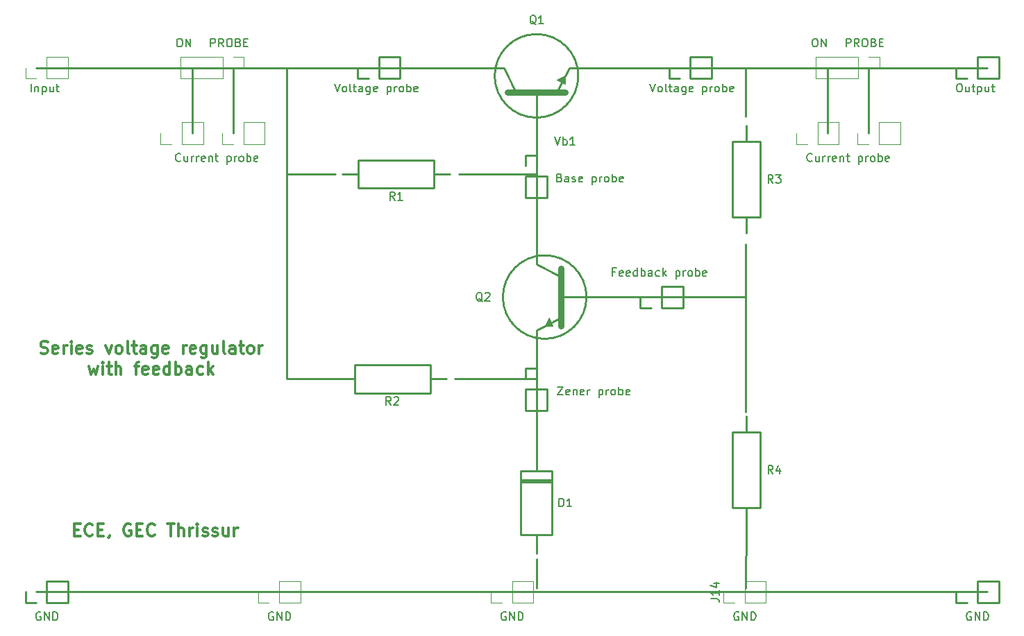
<source format=gbr>
%TF.GenerationSoftware,KiCad,Pcbnew,5.1.10-88a1d61d58~88~ubuntu18.04.1*%
%TF.CreationDate,2021-11-26T07:14:43+05:30*%
%TF.ProjectId,power_supply,706f7765-725f-4737-9570-706c792e6b69,rev?*%
%TF.SameCoordinates,Original*%
%TF.FileFunction,Legend,Top*%
%TF.FilePolarity,Positive*%
%FSLAX46Y46*%
G04 Gerber Fmt 4.6, Leading zero omitted, Abs format (unit mm)*
G04 Created by KiCad (PCBNEW 5.1.10-88a1d61d58~88~ubuntu18.04.1) date 2021-11-26 07:14:43*
%MOMM*%
%LPD*%
G01*
G04 APERTURE LIST*
%ADD10C,0.150000*%
%ADD11C,0.250000*%
%ADD12C,0.750000*%
%ADD13C,0.100000*%
%ADD14C,0.300000*%
%ADD15C,0.120000*%
G04 APERTURE END LIST*
D10*
X170138095Y-102000000D02*
X170042857Y-101952380D01*
X169900000Y-101952380D01*
X169757142Y-102000000D01*
X169661904Y-102095238D01*
X169614285Y-102190476D01*
X169566666Y-102380952D01*
X169566666Y-102523809D01*
X169614285Y-102714285D01*
X169661904Y-102809523D01*
X169757142Y-102904761D01*
X169900000Y-102952380D01*
X169995238Y-102952380D01*
X170138095Y-102904761D01*
X170185714Y-102857142D01*
X170185714Y-102523809D01*
X169995238Y-102523809D01*
X170614285Y-102952380D02*
X170614285Y-101952380D01*
X171185714Y-102952380D01*
X171185714Y-101952380D01*
X171661904Y-102952380D02*
X171661904Y-101952380D01*
X171900000Y-101952380D01*
X172042857Y-102000000D01*
X172138095Y-102095238D01*
X172185714Y-102190476D01*
X172233333Y-102380952D01*
X172233333Y-102523809D01*
X172185714Y-102714285D01*
X172138095Y-102809523D01*
X172042857Y-102904761D01*
X171900000Y-102952380D01*
X171661904Y-102952380D01*
D11*
X145500000Y-40000000D02*
X145500000Y-38500000D01*
X141500000Y-35500000D02*
X84500000Y-35500000D01*
X200500000Y-35500000D02*
X149500000Y-35500000D01*
D12*
X142000000Y-38500000D02*
X149000000Y-38500000D01*
D11*
X148000000Y-38500000D02*
X149500000Y-35500000D01*
X150599020Y-36500000D02*
G75*
G03*
X150599020Y-36500000I-5099020J0D01*
G01*
D13*
G36*
X149000000Y-37500000D02*
G01*
X148000000Y-37000000D01*
X149000000Y-36500000D01*
X149000000Y-37500000D01*
G37*
X149000000Y-37500000D02*
X148000000Y-37000000D01*
X149000000Y-36500000D01*
X149000000Y-37500000D01*
D11*
X141500000Y-35500000D02*
X143000000Y-38500000D01*
X115000000Y-73500000D02*
X115000000Y-48500000D01*
D10*
X113388095Y-102000000D02*
X113292857Y-101952380D01*
X113150000Y-101952380D01*
X113007142Y-102000000D01*
X112911904Y-102095238D01*
X112864285Y-102190476D01*
X112816666Y-102380952D01*
X112816666Y-102523809D01*
X112864285Y-102714285D01*
X112911904Y-102809523D01*
X113007142Y-102904761D01*
X113150000Y-102952380D01*
X113245238Y-102952380D01*
X113388095Y-102904761D01*
X113435714Y-102857142D01*
X113435714Y-102523809D01*
X113245238Y-102523809D01*
X113864285Y-102952380D02*
X113864285Y-101952380D01*
X114435714Y-102952380D01*
X114435714Y-101952380D01*
X114911904Y-102952380D02*
X114911904Y-101952380D01*
X115150000Y-101952380D01*
X115292857Y-102000000D01*
X115388095Y-102095238D01*
X115435714Y-102190476D01*
X115483333Y-102380952D01*
X115483333Y-102523809D01*
X115435714Y-102714285D01*
X115388095Y-102809523D01*
X115292857Y-102904761D01*
X115150000Y-102952380D01*
X114911904Y-102952380D01*
D11*
X84500000Y-99500000D02*
X200500000Y-99500000D01*
X171000000Y-41500000D02*
X171000000Y-35500000D01*
X181000000Y-43500000D02*
X181000000Y-35500000D01*
X186000000Y-35500000D02*
X186000000Y-43500000D01*
X115000000Y-48500000D02*
X115000000Y-35500000D01*
X108500000Y-43500000D02*
X108500000Y-35500000D01*
X103500000Y-35500000D02*
X103500000Y-43500000D01*
D10*
X148309523Y-48928571D02*
X148452380Y-48976190D01*
X148500000Y-49023809D01*
X148547619Y-49119047D01*
X148547619Y-49261904D01*
X148500000Y-49357142D01*
X148452380Y-49404761D01*
X148357142Y-49452380D01*
X147976190Y-49452380D01*
X147976190Y-48452380D01*
X148309523Y-48452380D01*
X148404761Y-48500000D01*
X148452380Y-48547619D01*
X148500000Y-48642857D01*
X148500000Y-48738095D01*
X148452380Y-48833333D01*
X148404761Y-48880952D01*
X148309523Y-48928571D01*
X147976190Y-48928571D01*
X149404761Y-49452380D02*
X149404761Y-48928571D01*
X149357142Y-48833333D01*
X149261904Y-48785714D01*
X149071428Y-48785714D01*
X148976190Y-48833333D01*
X149404761Y-49404761D02*
X149309523Y-49452380D01*
X149071428Y-49452380D01*
X148976190Y-49404761D01*
X148928571Y-49309523D01*
X148928571Y-49214285D01*
X148976190Y-49119047D01*
X149071428Y-49071428D01*
X149309523Y-49071428D01*
X149404761Y-49023809D01*
X149833333Y-49404761D02*
X149928571Y-49452380D01*
X150119047Y-49452380D01*
X150214285Y-49404761D01*
X150261904Y-49309523D01*
X150261904Y-49261904D01*
X150214285Y-49166666D01*
X150119047Y-49119047D01*
X149976190Y-49119047D01*
X149880952Y-49071428D01*
X149833333Y-48976190D01*
X149833333Y-48928571D01*
X149880952Y-48833333D01*
X149976190Y-48785714D01*
X150119047Y-48785714D01*
X150214285Y-48833333D01*
X151071428Y-49404761D02*
X150976190Y-49452380D01*
X150785714Y-49452380D01*
X150690476Y-49404761D01*
X150642857Y-49309523D01*
X150642857Y-48928571D01*
X150690476Y-48833333D01*
X150785714Y-48785714D01*
X150976190Y-48785714D01*
X151071428Y-48833333D01*
X151119047Y-48928571D01*
X151119047Y-49023809D01*
X150642857Y-49119047D01*
X152309523Y-48785714D02*
X152309523Y-49785714D01*
X152309523Y-48833333D02*
X152404761Y-48785714D01*
X152595238Y-48785714D01*
X152690476Y-48833333D01*
X152738095Y-48880952D01*
X152785714Y-48976190D01*
X152785714Y-49261904D01*
X152738095Y-49357142D01*
X152690476Y-49404761D01*
X152595238Y-49452380D01*
X152404761Y-49452380D01*
X152309523Y-49404761D01*
X153214285Y-49452380D02*
X153214285Y-48785714D01*
X153214285Y-48976190D02*
X153261904Y-48880952D01*
X153309523Y-48833333D01*
X153404761Y-48785714D01*
X153500000Y-48785714D01*
X153976190Y-49452380D02*
X153880952Y-49404761D01*
X153833333Y-49357142D01*
X153785714Y-49261904D01*
X153785714Y-48976190D01*
X153833333Y-48880952D01*
X153880952Y-48833333D01*
X153976190Y-48785714D01*
X154119047Y-48785714D01*
X154214285Y-48833333D01*
X154261904Y-48880952D01*
X154309523Y-48976190D01*
X154309523Y-49261904D01*
X154261904Y-49357142D01*
X154214285Y-49404761D01*
X154119047Y-49452380D01*
X153976190Y-49452380D01*
X154738095Y-49452380D02*
X154738095Y-48452380D01*
X154738095Y-48833333D02*
X154833333Y-48785714D01*
X155023809Y-48785714D01*
X155119047Y-48833333D01*
X155166666Y-48880952D01*
X155214285Y-48976190D01*
X155214285Y-49261904D01*
X155166666Y-49357142D01*
X155119047Y-49404761D01*
X155023809Y-49452380D01*
X154833333Y-49452380D01*
X154738095Y-49404761D01*
X156023809Y-49404761D02*
X155928571Y-49452380D01*
X155738095Y-49452380D01*
X155642857Y-49404761D01*
X155595238Y-49309523D01*
X155595238Y-48928571D01*
X155642857Y-48833333D01*
X155738095Y-48785714D01*
X155928571Y-48785714D01*
X156023809Y-48833333D01*
X156071428Y-48928571D01*
X156071428Y-49023809D01*
X155595238Y-49119047D01*
D13*
G36*
X147500000Y-67000000D02*
G01*
X146500000Y-67000000D01*
X147000000Y-66000000D01*
X147500000Y-67000000D01*
G37*
X147500000Y-67000000D02*
X146500000Y-67000000D01*
X147000000Y-66000000D01*
X147500000Y-67000000D01*
D11*
X145500000Y-68500000D02*
X145500000Y-67500000D01*
X145500000Y-59500000D02*
X145500000Y-58500000D01*
X150000000Y-63500000D02*
X148500000Y-63500000D01*
D12*
X148500000Y-67000000D02*
X148500000Y-60000000D01*
D11*
X148500000Y-61000000D02*
X145500000Y-59500000D01*
X151599020Y-63500000D02*
G75*
G03*
X151599020Y-63500000I-5099020J0D01*
G01*
X145500000Y-67500000D02*
X148500000Y-66000000D01*
D10*
X179380952Y-31952380D02*
X179571428Y-31952380D01*
X179666666Y-32000000D01*
X179761904Y-32095238D01*
X179809523Y-32285714D01*
X179809523Y-32619047D01*
X179761904Y-32809523D01*
X179666666Y-32904761D01*
X179571428Y-32952380D01*
X179380952Y-32952380D01*
X179285714Y-32904761D01*
X179190476Y-32809523D01*
X179142857Y-32619047D01*
X179142857Y-32285714D01*
X179190476Y-32095238D01*
X179285714Y-32000000D01*
X179380952Y-31952380D01*
X180238095Y-32952380D02*
X180238095Y-31952380D01*
X180809523Y-32952380D01*
X180809523Y-31952380D01*
X183261904Y-32952380D02*
X183261904Y-31952380D01*
X183642857Y-31952380D01*
X183738095Y-32000000D01*
X183785714Y-32047619D01*
X183833333Y-32142857D01*
X183833333Y-32285714D01*
X183785714Y-32380952D01*
X183738095Y-32428571D01*
X183642857Y-32476190D01*
X183261904Y-32476190D01*
X184833333Y-32952380D02*
X184500000Y-32476190D01*
X184261904Y-32952380D02*
X184261904Y-31952380D01*
X184642857Y-31952380D01*
X184738095Y-32000000D01*
X184785714Y-32047619D01*
X184833333Y-32142857D01*
X184833333Y-32285714D01*
X184785714Y-32380952D01*
X184738095Y-32428571D01*
X184642857Y-32476190D01*
X184261904Y-32476190D01*
X185452380Y-31952380D02*
X185642857Y-31952380D01*
X185738095Y-32000000D01*
X185833333Y-32095238D01*
X185880952Y-32285714D01*
X185880952Y-32619047D01*
X185833333Y-32809523D01*
X185738095Y-32904761D01*
X185642857Y-32952380D01*
X185452380Y-32952380D01*
X185357142Y-32904761D01*
X185261904Y-32809523D01*
X185214285Y-32619047D01*
X185214285Y-32285714D01*
X185261904Y-32095238D01*
X185357142Y-32000000D01*
X185452380Y-31952380D01*
X186642857Y-32428571D02*
X186785714Y-32476190D01*
X186833333Y-32523809D01*
X186880952Y-32619047D01*
X186880952Y-32761904D01*
X186833333Y-32857142D01*
X186785714Y-32904761D01*
X186690476Y-32952380D01*
X186309523Y-32952380D01*
X186309523Y-31952380D01*
X186642857Y-31952380D01*
X186738095Y-32000000D01*
X186785714Y-32047619D01*
X186833333Y-32142857D01*
X186833333Y-32238095D01*
X186785714Y-32333333D01*
X186738095Y-32380952D01*
X186642857Y-32428571D01*
X186309523Y-32428571D01*
X187309523Y-32428571D02*
X187642857Y-32428571D01*
X187785714Y-32952380D02*
X187309523Y-32952380D01*
X187309523Y-31952380D01*
X187785714Y-31952380D01*
X105761904Y-32952380D02*
X105761904Y-31952380D01*
X106142857Y-31952380D01*
X106238095Y-32000000D01*
X106285714Y-32047619D01*
X106333333Y-32142857D01*
X106333333Y-32285714D01*
X106285714Y-32380952D01*
X106238095Y-32428571D01*
X106142857Y-32476190D01*
X105761904Y-32476190D01*
X107333333Y-32952380D02*
X107000000Y-32476190D01*
X106761904Y-32952380D02*
X106761904Y-31952380D01*
X107142857Y-31952380D01*
X107238095Y-32000000D01*
X107285714Y-32047619D01*
X107333333Y-32142857D01*
X107333333Y-32285714D01*
X107285714Y-32380952D01*
X107238095Y-32428571D01*
X107142857Y-32476190D01*
X106761904Y-32476190D01*
X107952380Y-31952380D02*
X108142857Y-31952380D01*
X108238095Y-32000000D01*
X108333333Y-32095238D01*
X108380952Y-32285714D01*
X108380952Y-32619047D01*
X108333333Y-32809523D01*
X108238095Y-32904761D01*
X108142857Y-32952380D01*
X107952380Y-32952380D01*
X107857142Y-32904761D01*
X107761904Y-32809523D01*
X107714285Y-32619047D01*
X107714285Y-32285714D01*
X107761904Y-32095238D01*
X107857142Y-32000000D01*
X107952380Y-31952380D01*
X109142857Y-32428571D02*
X109285714Y-32476190D01*
X109333333Y-32523809D01*
X109380952Y-32619047D01*
X109380952Y-32761904D01*
X109333333Y-32857142D01*
X109285714Y-32904761D01*
X109190476Y-32952380D01*
X108809523Y-32952380D01*
X108809523Y-31952380D01*
X109142857Y-31952380D01*
X109238095Y-32000000D01*
X109285714Y-32047619D01*
X109333333Y-32142857D01*
X109333333Y-32238095D01*
X109285714Y-32333333D01*
X109238095Y-32380952D01*
X109142857Y-32428571D01*
X108809523Y-32428571D01*
X109809523Y-32428571D02*
X110142857Y-32428571D01*
X110285714Y-32952380D02*
X109809523Y-32952380D01*
X109809523Y-31952380D01*
X110285714Y-31952380D01*
X101880952Y-31952380D02*
X102071428Y-31952380D01*
X102166666Y-32000000D01*
X102261904Y-32095238D01*
X102309523Y-32285714D01*
X102309523Y-32619047D01*
X102261904Y-32809523D01*
X102166666Y-32904761D01*
X102071428Y-32952380D01*
X101880952Y-32952380D01*
X101785714Y-32904761D01*
X101690476Y-32809523D01*
X101642857Y-32619047D01*
X101642857Y-32285714D01*
X101690476Y-32095238D01*
X101785714Y-32000000D01*
X101880952Y-31952380D01*
X102738095Y-32952380D02*
X102738095Y-31952380D01*
X103309523Y-32952380D01*
X103309523Y-31952380D01*
D11*
X145500000Y-40000000D02*
X145500000Y-52000000D01*
D10*
X198513095Y-102000000D02*
X198417857Y-101952380D01*
X198275000Y-101952380D01*
X198132142Y-102000000D01*
X198036904Y-102095238D01*
X197989285Y-102190476D01*
X197941666Y-102380952D01*
X197941666Y-102523809D01*
X197989285Y-102714285D01*
X198036904Y-102809523D01*
X198132142Y-102904761D01*
X198275000Y-102952380D01*
X198370238Y-102952380D01*
X198513095Y-102904761D01*
X198560714Y-102857142D01*
X198560714Y-102523809D01*
X198370238Y-102523809D01*
X198989285Y-102952380D02*
X198989285Y-101952380D01*
X199560714Y-102952380D01*
X199560714Y-101952380D01*
X200036904Y-102952380D02*
X200036904Y-101952380D01*
X200275000Y-101952380D01*
X200417857Y-102000000D01*
X200513095Y-102095238D01*
X200560714Y-102190476D01*
X200608333Y-102380952D01*
X200608333Y-102523809D01*
X200560714Y-102714285D01*
X200513095Y-102809523D01*
X200417857Y-102904761D01*
X200275000Y-102952380D01*
X200036904Y-102952380D01*
X141763095Y-102000000D02*
X141667857Y-101952380D01*
X141525000Y-101952380D01*
X141382142Y-102000000D01*
X141286904Y-102095238D01*
X141239285Y-102190476D01*
X141191666Y-102380952D01*
X141191666Y-102523809D01*
X141239285Y-102714285D01*
X141286904Y-102809523D01*
X141382142Y-102904761D01*
X141525000Y-102952380D01*
X141620238Y-102952380D01*
X141763095Y-102904761D01*
X141810714Y-102857142D01*
X141810714Y-102523809D01*
X141620238Y-102523809D01*
X142239285Y-102952380D02*
X142239285Y-101952380D01*
X142810714Y-102952380D01*
X142810714Y-101952380D01*
X143286904Y-102952380D02*
X143286904Y-101952380D01*
X143525000Y-101952380D01*
X143667857Y-102000000D01*
X143763095Y-102095238D01*
X143810714Y-102190476D01*
X143858333Y-102380952D01*
X143858333Y-102523809D01*
X143810714Y-102714285D01*
X143763095Y-102809523D01*
X143667857Y-102904761D01*
X143525000Y-102952380D01*
X143286904Y-102952380D01*
X85013095Y-102000000D02*
X84917857Y-101952380D01*
X84775000Y-101952380D01*
X84632142Y-102000000D01*
X84536904Y-102095238D01*
X84489285Y-102190476D01*
X84441666Y-102380952D01*
X84441666Y-102523809D01*
X84489285Y-102714285D01*
X84536904Y-102809523D01*
X84632142Y-102904761D01*
X84775000Y-102952380D01*
X84870238Y-102952380D01*
X85013095Y-102904761D01*
X85060714Y-102857142D01*
X85060714Y-102523809D01*
X84870238Y-102523809D01*
X85489285Y-102952380D02*
X85489285Y-101952380D01*
X86060714Y-102952380D01*
X86060714Y-101952380D01*
X86536904Y-102952380D02*
X86536904Y-101952380D01*
X86775000Y-101952380D01*
X86917857Y-102000000D01*
X87013095Y-102095238D01*
X87060714Y-102190476D01*
X87108333Y-102380952D01*
X87108333Y-102523809D01*
X87060714Y-102714285D01*
X87013095Y-102809523D01*
X86917857Y-102904761D01*
X86775000Y-102952380D01*
X86536904Y-102952380D01*
D11*
X171102500Y-91200000D02*
X171000000Y-99000000D01*
X145500000Y-95500000D02*
X145500000Y-99000000D01*
D14*
X85035714Y-70332142D02*
X85250000Y-70403571D01*
X85607142Y-70403571D01*
X85750000Y-70332142D01*
X85821428Y-70260714D01*
X85892857Y-70117857D01*
X85892857Y-69975000D01*
X85821428Y-69832142D01*
X85750000Y-69760714D01*
X85607142Y-69689285D01*
X85321428Y-69617857D01*
X85178571Y-69546428D01*
X85107142Y-69475000D01*
X85035714Y-69332142D01*
X85035714Y-69189285D01*
X85107142Y-69046428D01*
X85178571Y-68975000D01*
X85321428Y-68903571D01*
X85678571Y-68903571D01*
X85892857Y-68975000D01*
X87107142Y-70332142D02*
X86964285Y-70403571D01*
X86678571Y-70403571D01*
X86535714Y-70332142D01*
X86464285Y-70189285D01*
X86464285Y-69617857D01*
X86535714Y-69475000D01*
X86678571Y-69403571D01*
X86964285Y-69403571D01*
X87107142Y-69475000D01*
X87178571Y-69617857D01*
X87178571Y-69760714D01*
X86464285Y-69903571D01*
X87821428Y-70403571D02*
X87821428Y-69403571D01*
X87821428Y-69689285D02*
X87892857Y-69546428D01*
X87964285Y-69475000D01*
X88107142Y-69403571D01*
X88250000Y-69403571D01*
X88750000Y-70403571D02*
X88750000Y-69403571D01*
X88750000Y-68903571D02*
X88678571Y-68975000D01*
X88750000Y-69046428D01*
X88821428Y-68975000D01*
X88750000Y-68903571D01*
X88750000Y-69046428D01*
X90035714Y-70332142D02*
X89892857Y-70403571D01*
X89607142Y-70403571D01*
X89464285Y-70332142D01*
X89392857Y-70189285D01*
X89392857Y-69617857D01*
X89464285Y-69475000D01*
X89607142Y-69403571D01*
X89892857Y-69403571D01*
X90035714Y-69475000D01*
X90107142Y-69617857D01*
X90107142Y-69760714D01*
X89392857Y-69903571D01*
X90678571Y-70332142D02*
X90821428Y-70403571D01*
X91107142Y-70403571D01*
X91250000Y-70332142D01*
X91321428Y-70189285D01*
X91321428Y-70117857D01*
X91250000Y-69975000D01*
X91107142Y-69903571D01*
X90892857Y-69903571D01*
X90750000Y-69832142D01*
X90678571Y-69689285D01*
X90678571Y-69617857D01*
X90750000Y-69475000D01*
X90892857Y-69403571D01*
X91107142Y-69403571D01*
X91250000Y-69475000D01*
X92964285Y-69403571D02*
X93321428Y-70403571D01*
X93678571Y-69403571D01*
X94464285Y-70403571D02*
X94321428Y-70332142D01*
X94250000Y-70260714D01*
X94178571Y-70117857D01*
X94178571Y-69689285D01*
X94250000Y-69546428D01*
X94321428Y-69475000D01*
X94464285Y-69403571D01*
X94678571Y-69403571D01*
X94821428Y-69475000D01*
X94892857Y-69546428D01*
X94964285Y-69689285D01*
X94964285Y-70117857D01*
X94892857Y-70260714D01*
X94821428Y-70332142D01*
X94678571Y-70403571D01*
X94464285Y-70403571D01*
X95821428Y-70403571D02*
X95678571Y-70332142D01*
X95607142Y-70189285D01*
X95607142Y-68903571D01*
X96178571Y-69403571D02*
X96750000Y-69403571D01*
X96392857Y-68903571D02*
X96392857Y-70189285D01*
X96464285Y-70332142D01*
X96607142Y-70403571D01*
X96750000Y-70403571D01*
X97892857Y-70403571D02*
X97892857Y-69617857D01*
X97821428Y-69475000D01*
X97678571Y-69403571D01*
X97392857Y-69403571D01*
X97250000Y-69475000D01*
X97892857Y-70332142D02*
X97750000Y-70403571D01*
X97392857Y-70403571D01*
X97250000Y-70332142D01*
X97178571Y-70189285D01*
X97178571Y-70046428D01*
X97250000Y-69903571D01*
X97392857Y-69832142D01*
X97750000Y-69832142D01*
X97892857Y-69760714D01*
X99250000Y-69403571D02*
X99250000Y-70617857D01*
X99178571Y-70760714D01*
X99107142Y-70832142D01*
X98964285Y-70903571D01*
X98750000Y-70903571D01*
X98607142Y-70832142D01*
X99250000Y-70332142D02*
X99107142Y-70403571D01*
X98821428Y-70403571D01*
X98678571Y-70332142D01*
X98607142Y-70260714D01*
X98535714Y-70117857D01*
X98535714Y-69689285D01*
X98607142Y-69546428D01*
X98678571Y-69475000D01*
X98821428Y-69403571D01*
X99107142Y-69403571D01*
X99250000Y-69475000D01*
X100535714Y-70332142D02*
X100392857Y-70403571D01*
X100107142Y-70403571D01*
X99964285Y-70332142D01*
X99892857Y-70189285D01*
X99892857Y-69617857D01*
X99964285Y-69475000D01*
X100107142Y-69403571D01*
X100392857Y-69403571D01*
X100535714Y-69475000D01*
X100607142Y-69617857D01*
X100607142Y-69760714D01*
X99892857Y-69903571D01*
X102392857Y-70403571D02*
X102392857Y-69403571D01*
X102392857Y-69689285D02*
X102464285Y-69546428D01*
X102535714Y-69475000D01*
X102678571Y-69403571D01*
X102821428Y-69403571D01*
X103892857Y-70332142D02*
X103750000Y-70403571D01*
X103464285Y-70403571D01*
X103321428Y-70332142D01*
X103250000Y-70189285D01*
X103250000Y-69617857D01*
X103321428Y-69475000D01*
X103464285Y-69403571D01*
X103750000Y-69403571D01*
X103892857Y-69475000D01*
X103964285Y-69617857D01*
X103964285Y-69760714D01*
X103250000Y-69903571D01*
X105250000Y-69403571D02*
X105250000Y-70617857D01*
X105178571Y-70760714D01*
X105107142Y-70832142D01*
X104964285Y-70903571D01*
X104750000Y-70903571D01*
X104607142Y-70832142D01*
X105250000Y-70332142D02*
X105107142Y-70403571D01*
X104821428Y-70403571D01*
X104678571Y-70332142D01*
X104607142Y-70260714D01*
X104535714Y-70117857D01*
X104535714Y-69689285D01*
X104607142Y-69546428D01*
X104678571Y-69475000D01*
X104821428Y-69403571D01*
X105107142Y-69403571D01*
X105250000Y-69475000D01*
X106607142Y-69403571D02*
X106607142Y-70403571D01*
X105964285Y-69403571D02*
X105964285Y-70189285D01*
X106035714Y-70332142D01*
X106178571Y-70403571D01*
X106392857Y-70403571D01*
X106535714Y-70332142D01*
X106607142Y-70260714D01*
X107535714Y-70403571D02*
X107392857Y-70332142D01*
X107321428Y-70189285D01*
X107321428Y-68903571D01*
X108750000Y-70403571D02*
X108750000Y-69617857D01*
X108678571Y-69475000D01*
X108535714Y-69403571D01*
X108250000Y-69403571D01*
X108107142Y-69475000D01*
X108750000Y-70332142D02*
X108607142Y-70403571D01*
X108250000Y-70403571D01*
X108107142Y-70332142D01*
X108035714Y-70189285D01*
X108035714Y-70046428D01*
X108107142Y-69903571D01*
X108250000Y-69832142D01*
X108607142Y-69832142D01*
X108750000Y-69760714D01*
X109250000Y-69403571D02*
X109821428Y-69403571D01*
X109464285Y-68903571D02*
X109464285Y-70189285D01*
X109535714Y-70332142D01*
X109678571Y-70403571D01*
X109821428Y-70403571D01*
X110535714Y-70403571D02*
X110392857Y-70332142D01*
X110321428Y-70260714D01*
X110250000Y-70117857D01*
X110250000Y-69689285D01*
X110321428Y-69546428D01*
X110392857Y-69475000D01*
X110535714Y-69403571D01*
X110750000Y-69403571D01*
X110892857Y-69475000D01*
X110964285Y-69546428D01*
X111035714Y-69689285D01*
X111035714Y-70117857D01*
X110964285Y-70260714D01*
X110892857Y-70332142D01*
X110750000Y-70403571D01*
X110535714Y-70403571D01*
X111678571Y-70403571D02*
X111678571Y-69403571D01*
X111678571Y-69689285D02*
X111750000Y-69546428D01*
X111821428Y-69475000D01*
X111964285Y-69403571D01*
X112107142Y-69403571D01*
X90892857Y-71953571D02*
X91178571Y-72953571D01*
X91464285Y-72239285D01*
X91750000Y-72953571D01*
X92035714Y-71953571D01*
X92607142Y-72953571D02*
X92607142Y-71953571D01*
X92607142Y-71453571D02*
X92535714Y-71525000D01*
X92607142Y-71596428D01*
X92678571Y-71525000D01*
X92607142Y-71453571D01*
X92607142Y-71596428D01*
X93107142Y-71953571D02*
X93678571Y-71953571D01*
X93321428Y-71453571D02*
X93321428Y-72739285D01*
X93392857Y-72882142D01*
X93535714Y-72953571D01*
X93678571Y-72953571D01*
X94178571Y-72953571D02*
X94178571Y-71453571D01*
X94821428Y-72953571D02*
X94821428Y-72167857D01*
X94750000Y-72025000D01*
X94607142Y-71953571D01*
X94392857Y-71953571D01*
X94250000Y-72025000D01*
X94178571Y-72096428D01*
X96464285Y-71953571D02*
X97035714Y-71953571D01*
X96678571Y-72953571D02*
X96678571Y-71667857D01*
X96750000Y-71525000D01*
X96892857Y-71453571D01*
X97035714Y-71453571D01*
X98107142Y-72882142D02*
X97964285Y-72953571D01*
X97678571Y-72953571D01*
X97535714Y-72882142D01*
X97464285Y-72739285D01*
X97464285Y-72167857D01*
X97535714Y-72025000D01*
X97678571Y-71953571D01*
X97964285Y-71953571D01*
X98107142Y-72025000D01*
X98178571Y-72167857D01*
X98178571Y-72310714D01*
X97464285Y-72453571D01*
X99392857Y-72882142D02*
X99250000Y-72953571D01*
X98964285Y-72953571D01*
X98821428Y-72882142D01*
X98750000Y-72739285D01*
X98750000Y-72167857D01*
X98821428Y-72025000D01*
X98964285Y-71953571D01*
X99250000Y-71953571D01*
X99392857Y-72025000D01*
X99464285Y-72167857D01*
X99464285Y-72310714D01*
X98750000Y-72453571D01*
X100750000Y-72953571D02*
X100750000Y-71453571D01*
X100750000Y-72882142D02*
X100607142Y-72953571D01*
X100321428Y-72953571D01*
X100178571Y-72882142D01*
X100107142Y-72810714D01*
X100035714Y-72667857D01*
X100035714Y-72239285D01*
X100107142Y-72096428D01*
X100178571Y-72025000D01*
X100321428Y-71953571D01*
X100607142Y-71953571D01*
X100750000Y-72025000D01*
X101464285Y-72953571D02*
X101464285Y-71453571D01*
X101464285Y-72025000D02*
X101607142Y-71953571D01*
X101892857Y-71953571D01*
X102035714Y-72025000D01*
X102107142Y-72096428D01*
X102178571Y-72239285D01*
X102178571Y-72667857D01*
X102107142Y-72810714D01*
X102035714Y-72882142D01*
X101892857Y-72953571D01*
X101607142Y-72953571D01*
X101464285Y-72882142D01*
X103464285Y-72953571D02*
X103464285Y-72167857D01*
X103392857Y-72025000D01*
X103250000Y-71953571D01*
X102964285Y-71953571D01*
X102821428Y-72025000D01*
X103464285Y-72882142D02*
X103321428Y-72953571D01*
X102964285Y-72953571D01*
X102821428Y-72882142D01*
X102750000Y-72739285D01*
X102750000Y-72596428D01*
X102821428Y-72453571D01*
X102964285Y-72382142D01*
X103321428Y-72382142D01*
X103464285Y-72310714D01*
X104821428Y-72882142D02*
X104678571Y-72953571D01*
X104392857Y-72953571D01*
X104250000Y-72882142D01*
X104178571Y-72810714D01*
X104107142Y-72667857D01*
X104107142Y-72239285D01*
X104178571Y-72096428D01*
X104250000Y-72025000D01*
X104392857Y-71953571D01*
X104678571Y-71953571D01*
X104821428Y-72025000D01*
X105464285Y-72953571D02*
X105464285Y-71453571D01*
X105607142Y-72382142D02*
X106035714Y-72953571D01*
X106035714Y-71953571D02*
X105464285Y-72525000D01*
D11*
X145500000Y-68500000D02*
X145500000Y-70000000D01*
X145500000Y-58500000D02*
X145500000Y-57000000D01*
X150000000Y-63500000D02*
X162500000Y-63500000D01*
X145500000Y-57000000D02*
X145500000Y-54500000D01*
X145500000Y-73500000D02*
X145500000Y-70000000D01*
X145500000Y-54500000D02*
X145500000Y-52000000D01*
X121342500Y-73500000D02*
X120000000Y-73500000D01*
X121000000Y-48500000D02*
X120500000Y-48500000D01*
X115000000Y-48500000D02*
X120500000Y-48500000D01*
X136000000Y-48500000D02*
X145500000Y-48500000D01*
X162500000Y-63500000D02*
X171000000Y-63500000D01*
X171000000Y-57000000D02*
X171000000Y-77500000D01*
X120000000Y-73500000D02*
X115000000Y-73500000D01*
X135500000Y-73500000D02*
X145500000Y-73500000D01*
X145500000Y-73500000D02*
X145500000Y-76000000D01*
X145500000Y-76000000D02*
X145500000Y-73500000D01*
X145500000Y-83500000D02*
X145500000Y-76000000D01*
D14*
X89142857Y-91892857D02*
X89642857Y-91892857D01*
X89857142Y-92678571D02*
X89142857Y-92678571D01*
X89142857Y-91178571D01*
X89857142Y-91178571D01*
X91357142Y-92535714D02*
X91285714Y-92607142D01*
X91071428Y-92678571D01*
X90928571Y-92678571D01*
X90714285Y-92607142D01*
X90571428Y-92464285D01*
X90500000Y-92321428D01*
X90428571Y-92035714D01*
X90428571Y-91821428D01*
X90500000Y-91535714D01*
X90571428Y-91392857D01*
X90714285Y-91250000D01*
X90928571Y-91178571D01*
X91071428Y-91178571D01*
X91285714Y-91250000D01*
X91357142Y-91321428D01*
X92000000Y-91892857D02*
X92500000Y-91892857D01*
X92714285Y-92678571D02*
X92000000Y-92678571D01*
X92000000Y-91178571D01*
X92714285Y-91178571D01*
X93428571Y-92607142D02*
X93428571Y-92678571D01*
X93357142Y-92821428D01*
X93285714Y-92892857D01*
X96000000Y-91250000D02*
X95857142Y-91178571D01*
X95642857Y-91178571D01*
X95428571Y-91250000D01*
X95285714Y-91392857D01*
X95214285Y-91535714D01*
X95142857Y-91821428D01*
X95142857Y-92035714D01*
X95214285Y-92321428D01*
X95285714Y-92464285D01*
X95428571Y-92607142D01*
X95642857Y-92678571D01*
X95785714Y-92678571D01*
X96000000Y-92607142D01*
X96071428Y-92535714D01*
X96071428Y-92035714D01*
X95785714Y-92035714D01*
X96714285Y-91892857D02*
X97214285Y-91892857D01*
X97428571Y-92678571D02*
X96714285Y-92678571D01*
X96714285Y-91178571D01*
X97428571Y-91178571D01*
X98928571Y-92535714D02*
X98857142Y-92607142D01*
X98642857Y-92678571D01*
X98500000Y-92678571D01*
X98285714Y-92607142D01*
X98142857Y-92464285D01*
X98071428Y-92321428D01*
X98000000Y-92035714D01*
X98000000Y-91821428D01*
X98071428Y-91535714D01*
X98142857Y-91392857D01*
X98285714Y-91250000D01*
X98500000Y-91178571D01*
X98642857Y-91178571D01*
X98857142Y-91250000D01*
X98928571Y-91321428D01*
X100500000Y-91178571D02*
X101357142Y-91178571D01*
X100928571Y-92678571D02*
X100928571Y-91178571D01*
X101857142Y-92678571D02*
X101857142Y-91178571D01*
X102500000Y-92678571D02*
X102500000Y-91892857D01*
X102428571Y-91750000D01*
X102285714Y-91678571D01*
X102071428Y-91678571D01*
X101928571Y-91750000D01*
X101857142Y-91821428D01*
X103214285Y-92678571D02*
X103214285Y-91678571D01*
X103214285Y-91964285D02*
X103285714Y-91821428D01*
X103357142Y-91750000D01*
X103500000Y-91678571D01*
X103642857Y-91678571D01*
X104142857Y-92678571D02*
X104142857Y-91678571D01*
X104142857Y-91178571D02*
X104071428Y-91250000D01*
X104142857Y-91321428D01*
X104214285Y-91250000D01*
X104142857Y-91178571D01*
X104142857Y-91321428D01*
X104785714Y-92607142D02*
X104928571Y-92678571D01*
X105214285Y-92678571D01*
X105357142Y-92607142D01*
X105428571Y-92464285D01*
X105428571Y-92392857D01*
X105357142Y-92250000D01*
X105214285Y-92178571D01*
X105000000Y-92178571D01*
X104857142Y-92107142D01*
X104785714Y-91964285D01*
X104785714Y-91892857D01*
X104857142Y-91750000D01*
X105000000Y-91678571D01*
X105214285Y-91678571D01*
X105357142Y-91750000D01*
X106000000Y-92607142D02*
X106142857Y-92678571D01*
X106428571Y-92678571D01*
X106571428Y-92607142D01*
X106642857Y-92464285D01*
X106642857Y-92392857D01*
X106571428Y-92250000D01*
X106428571Y-92178571D01*
X106214285Y-92178571D01*
X106071428Y-92107142D01*
X106000000Y-91964285D01*
X106000000Y-91892857D01*
X106071428Y-91750000D01*
X106214285Y-91678571D01*
X106428571Y-91678571D01*
X106571428Y-91750000D01*
X107928571Y-91678571D02*
X107928571Y-92678571D01*
X107285714Y-91678571D02*
X107285714Y-92464285D01*
X107357142Y-92607142D01*
X107500000Y-92678571D01*
X107714285Y-92678571D01*
X107857142Y-92607142D01*
X107928571Y-92535714D01*
X108642857Y-92678571D02*
X108642857Y-91678571D01*
X108642857Y-91964285D02*
X108714285Y-91821428D01*
X108785714Y-91750000D01*
X108928571Y-91678571D01*
X109071428Y-91678571D01*
D10*
X147738095Y-43952380D02*
X148071428Y-44952380D01*
X148404761Y-43952380D01*
X148738095Y-44952380D02*
X148738095Y-43952380D01*
X148738095Y-44333333D02*
X148833333Y-44285714D01*
X149023809Y-44285714D01*
X149119047Y-44333333D01*
X149166666Y-44380952D01*
X149214285Y-44476190D01*
X149214285Y-44761904D01*
X149166666Y-44857142D01*
X149119047Y-44904761D01*
X149023809Y-44952380D01*
X148833333Y-44952380D01*
X148738095Y-44904761D01*
X150166666Y-44952380D02*
X149595238Y-44952380D01*
X149880952Y-44952380D02*
X149880952Y-43952380D01*
X149785714Y-44095238D01*
X149690476Y-44190476D01*
X149595238Y-44238095D01*
X155119047Y-60428571D02*
X154785714Y-60428571D01*
X154785714Y-60952380D02*
X154785714Y-59952380D01*
X155261904Y-59952380D01*
X156023809Y-60904761D02*
X155928571Y-60952380D01*
X155738095Y-60952380D01*
X155642857Y-60904761D01*
X155595238Y-60809523D01*
X155595238Y-60428571D01*
X155642857Y-60333333D01*
X155738095Y-60285714D01*
X155928571Y-60285714D01*
X156023809Y-60333333D01*
X156071428Y-60428571D01*
X156071428Y-60523809D01*
X155595238Y-60619047D01*
X156880952Y-60904761D02*
X156785714Y-60952380D01*
X156595238Y-60952380D01*
X156500000Y-60904761D01*
X156452380Y-60809523D01*
X156452380Y-60428571D01*
X156500000Y-60333333D01*
X156595238Y-60285714D01*
X156785714Y-60285714D01*
X156880952Y-60333333D01*
X156928571Y-60428571D01*
X156928571Y-60523809D01*
X156452380Y-60619047D01*
X157785714Y-60952380D02*
X157785714Y-59952380D01*
X157785714Y-60904761D02*
X157690476Y-60952380D01*
X157500000Y-60952380D01*
X157404761Y-60904761D01*
X157357142Y-60857142D01*
X157309523Y-60761904D01*
X157309523Y-60476190D01*
X157357142Y-60380952D01*
X157404761Y-60333333D01*
X157500000Y-60285714D01*
X157690476Y-60285714D01*
X157785714Y-60333333D01*
X158261904Y-60952380D02*
X158261904Y-59952380D01*
X158261904Y-60333333D02*
X158357142Y-60285714D01*
X158547619Y-60285714D01*
X158642857Y-60333333D01*
X158690476Y-60380952D01*
X158738095Y-60476190D01*
X158738095Y-60761904D01*
X158690476Y-60857142D01*
X158642857Y-60904761D01*
X158547619Y-60952380D01*
X158357142Y-60952380D01*
X158261904Y-60904761D01*
X159595238Y-60952380D02*
X159595238Y-60428571D01*
X159547619Y-60333333D01*
X159452380Y-60285714D01*
X159261904Y-60285714D01*
X159166666Y-60333333D01*
X159595238Y-60904761D02*
X159500000Y-60952380D01*
X159261904Y-60952380D01*
X159166666Y-60904761D01*
X159119047Y-60809523D01*
X159119047Y-60714285D01*
X159166666Y-60619047D01*
X159261904Y-60571428D01*
X159500000Y-60571428D01*
X159595238Y-60523809D01*
X160500000Y-60904761D02*
X160404761Y-60952380D01*
X160214285Y-60952380D01*
X160119047Y-60904761D01*
X160071428Y-60857142D01*
X160023809Y-60761904D01*
X160023809Y-60476190D01*
X160071428Y-60380952D01*
X160119047Y-60333333D01*
X160214285Y-60285714D01*
X160404761Y-60285714D01*
X160500000Y-60333333D01*
X160928571Y-60952380D02*
X160928571Y-59952380D01*
X161023809Y-60571428D02*
X161309523Y-60952380D01*
X161309523Y-60285714D02*
X160928571Y-60666666D01*
X162500000Y-60285714D02*
X162500000Y-61285714D01*
X162500000Y-60333333D02*
X162595238Y-60285714D01*
X162785714Y-60285714D01*
X162880952Y-60333333D01*
X162928571Y-60380952D01*
X162976190Y-60476190D01*
X162976190Y-60761904D01*
X162928571Y-60857142D01*
X162880952Y-60904761D01*
X162785714Y-60952380D01*
X162595238Y-60952380D01*
X162500000Y-60904761D01*
X163404761Y-60952380D02*
X163404761Y-60285714D01*
X163404761Y-60476190D02*
X163452380Y-60380952D01*
X163500000Y-60333333D01*
X163595238Y-60285714D01*
X163690476Y-60285714D01*
X164166666Y-60952380D02*
X164071428Y-60904761D01*
X164023809Y-60857142D01*
X163976190Y-60761904D01*
X163976190Y-60476190D01*
X164023809Y-60380952D01*
X164071428Y-60333333D01*
X164166666Y-60285714D01*
X164309523Y-60285714D01*
X164404761Y-60333333D01*
X164452380Y-60380952D01*
X164500000Y-60476190D01*
X164500000Y-60761904D01*
X164452380Y-60857142D01*
X164404761Y-60904761D01*
X164309523Y-60952380D01*
X164166666Y-60952380D01*
X164928571Y-60952380D02*
X164928571Y-59952380D01*
X164928571Y-60333333D02*
X165023809Y-60285714D01*
X165214285Y-60285714D01*
X165309523Y-60333333D01*
X165357142Y-60380952D01*
X165404761Y-60476190D01*
X165404761Y-60761904D01*
X165357142Y-60857142D01*
X165309523Y-60904761D01*
X165214285Y-60952380D01*
X165023809Y-60952380D01*
X164928571Y-60904761D01*
X166214285Y-60904761D02*
X166119047Y-60952380D01*
X165928571Y-60952380D01*
X165833333Y-60904761D01*
X165785714Y-60809523D01*
X165785714Y-60428571D01*
X165833333Y-60333333D01*
X165928571Y-60285714D01*
X166119047Y-60285714D01*
X166214285Y-60333333D01*
X166261904Y-60428571D01*
X166261904Y-60523809D01*
X165785714Y-60619047D01*
X148071428Y-74452380D02*
X148738095Y-74452380D01*
X148071428Y-75452380D01*
X148738095Y-75452380D01*
X149500000Y-75404761D02*
X149404761Y-75452380D01*
X149214285Y-75452380D01*
X149119047Y-75404761D01*
X149071428Y-75309523D01*
X149071428Y-74928571D01*
X149119047Y-74833333D01*
X149214285Y-74785714D01*
X149404761Y-74785714D01*
X149500000Y-74833333D01*
X149547619Y-74928571D01*
X149547619Y-75023809D01*
X149071428Y-75119047D01*
X149976190Y-74785714D02*
X149976190Y-75452380D01*
X149976190Y-74880952D02*
X150023809Y-74833333D01*
X150119047Y-74785714D01*
X150261904Y-74785714D01*
X150357142Y-74833333D01*
X150404761Y-74928571D01*
X150404761Y-75452380D01*
X151261904Y-75404761D02*
X151166666Y-75452380D01*
X150976190Y-75452380D01*
X150880952Y-75404761D01*
X150833333Y-75309523D01*
X150833333Y-74928571D01*
X150880952Y-74833333D01*
X150976190Y-74785714D01*
X151166666Y-74785714D01*
X151261904Y-74833333D01*
X151309523Y-74928571D01*
X151309523Y-75023809D01*
X150833333Y-75119047D01*
X151738095Y-75452380D02*
X151738095Y-74785714D01*
X151738095Y-74976190D02*
X151785714Y-74880952D01*
X151833333Y-74833333D01*
X151928571Y-74785714D01*
X152023809Y-74785714D01*
X153119047Y-74785714D02*
X153119047Y-75785714D01*
X153119047Y-74833333D02*
X153214285Y-74785714D01*
X153404761Y-74785714D01*
X153500000Y-74833333D01*
X153547619Y-74880952D01*
X153595238Y-74976190D01*
X153595238Y-75261904D01*
X153547619Y-75357142D01*
X153500000Y-75404761D01*
X153404761Y-75452380D01*
X153214285Y-75452380D01*
X153119047Y-75404761D01*
X154023809Y-75452380D02*
X154023809Y-74785714D01*
X154023809Y-74976190D02*
X154071428Y-74880952D01*
X154119047Y-74833333D01*
X154214285Y-74785714D01*
X154309523Y-74785714D01*
X154785714Y-75452380D02*
X154690476Y-75404761D01*
X154642857Y-75357142D01*
X154595238Y-75261904D01*
X154595238Y-74976190D01*
X154642857Y-74880952D01*
X154690476Y-74833333D01*
X154785714Y-74785714D01*
X154928571Y-74785714D01*
X155023809Y-74833333D01*
X155071428Y-74880952D01*
X155119047Y-74976190D01*
X155119047Y-75261904D01*
X155071428Y-75357142D01*
X155023809Y-75404761D01*
X154928571Y-75452380D01*
X154785714Y-75452380D01*
X155547619Y-75452380D02*
X155547619Y-74452380D01*
X155547619Y-74833333D02*
X155642857Y-74785714D01*
X155833333Y-74785714D01*
X155928571Y-74833333D01*
X155976190Y-74880952D01*
X156023809Y-74976190D01*
X156023809Y-75261904D01*
X155976190Y-75357142D01*
X155928571Y-75404761D01*
X155833333Y-75452380D01*
X155642857Y-75452380D01*
X155547619Y-75404761D01*
X156833333Y-75404761D02*
X156738095Y-75452380D01*
X156547619Y-75452380D01*
X156452380Y-75404761D01*
X156404761Y-75309523D01*
X156404761Y-74928571D01*
X156452380Y-74833333D01*
X156547619Y-74785714D01*
X156738095Y-74785714D01*
X156833333Y-74833333D01*
X156880952Y-74928571D01*
X156880952Y-75023809D01*
X156404761Y-75119047D01*
X196976190Y-37452380D02*
X197166666Y-37452380D01*
X197261904Y-37500000D01*
X197357142Y-37595238D01*
X197404761Y-37785714D01*
X197404761Y-38119047D01*
X197357142Y-38309523D01*
X197261904Y-38404761D01*
X197166666Y-38452380D01*
X196976190Y-38452380D01*
X196880952Y-38404761D01*
X196785714Y-38309523D01*
X196738095Y-38119047D01*
X196738095Y-37785714D01*
X196785714Y-37595238D01*
X196880952Y-37500000D01*
X196976190Y-37452380D01*
X198261904Y-37785714D02*
X198261904Y-38452380D01*
X197833333Y-37785714D02*
X197833333Y-38309523D01*
X197880952Y-38404761D01*
X197976190Y-38452380D01*
X198119047Y-38452380D01*
X198214285Y-38404761D01*
X198261904Y-38357142D01*
X198595238Y-37785714D02*
X198976190Y-37785714D01*
X198738095Y-37452380D02*
X198738095Y-38309523D01*
X198785714Y-38404761D01*
X198880952Y-38452380D01*
X198976190Y-38452380D01*
X199309523Y-37785714D02*
X199309523Y-38785714D01*
X199309523Y-37833333D02*
X199404761Y-37785714D01*
X199595238Y-37785714D01*
X199690476Y-37833333D01*
X199738095Y-37880952D01*
X199785714Y-37976190D01*
X199785714Y-38261904D01*
X199738095Y-38357142D01*
X199690476Y-38404761D01*
X199595238Y-38452380D01*
X199404761Y-38452380D01*
X199309523Y-38404761D01*
X200642857Y-37785714D02*
X200642857Y-38452380D01*
X200214285Y-37785714D02*
X200214285Y-38309523D01*
X200261904Y-38404761D01*
X200357142Y-38452380D01*
X200500000Y-38452380D01*
X200595238Y-38404761D01*
X200642857Y-38357142D01*
X200976190Y-37785714D02*
X201357142Y-37785714D01*
X201119047Y-37452380D02*
X201119047Y-38309523D01*
X201166666Y-38404761D01*
X201261904Y-38452380D01*
X201357142Y-38452380D01*
X159357142Y-37452380D02*
X159690476Y-38452380D01*
X160023809Y-37452380D01*
X160500000Y-38452380D02*
X160404761Y-38404761D01*
X160357142Y-38357142D01*
X160309523Y-38261904D01*
X160309523Y-37976190D01*
X160357142Y-37880952D01*
X160404761Y-37833333D01*
X160500000Y-37785714D01*
X160642857Y-37785714D01*
X160738095Y-37833333D01*
X160785714Y-37880952D01*
X160833333Y-37976190D01*
X160833333Y-38261904D01*
X160785714Y-38357142D01*
X160738095Y-38404761D01*
X160642857Y-38452380D01*
X160500000Y-38452380D01*
X161404761Y-38452380D02*
X161309523Y-38404761D01*
X161261904Y-38309523D01*
X161261904Y-37452380D01*
X161642857Y-37785714D02*
X162023809Y-37785714D01*
X161785714Y-37452380D02*
X161785714Y-38309523D01*
X161833333Y-38404761D01*
X161928571Y-38452380D01*
X162023809Y-38452380D01*
X162785714Y-38452380D02*
X162785714Y-37928571D01*
X162738095Y-37833333D01*
X162642857Y-37785714D01*
X162452380Y-37785714D01*
X162357142Y-37833333D01*
X162785714Y-38404761D02*
X162690476Y-38452380D01*
X162452380Y-38452380D01*
X162357142Y-38404761D01*
X162309523Y-38309523D01*
X162309523Y-38214285D01*
X162357142Y-38119047D01*
X162452380Y-38071428D01*
X162690476Y-38071428D01*
X162785714Y-38023809D01*
X163690476Y-37785714D02*
X163690476Y-38595238D01*
X163642857Y-38690476D01*
X163595238Y-38738095D01*
X163500000Y-38785714D01*
X163357142Y-38785714D01*
X163261904Y-38738095D01*
X163690476Y-38404761D02*
X163595238Y-38452380D01*
X163404761Y-38452380D01*
X163309523Y-38404761D01*
X163261904Y-38357142D01*
X163214285Y-38261904D01*
X163214285Y-37976190D01*
X163261904Y-37880952D01*
X163309523Y-37833333D01*
X163404761Y-37785714D01*
X163595238Y-37785714D01*
X163690476Y-37833333D01*
X164547619Y-38404761D02*
X164452380Y-38452380D01*
X164261904Y-38452380D01*
X164166666Y-38404761D01*
X164119047Y-38309523D01*
X164119047Y-37928571D01*
X164166666Y-37833333D01*
X164261904Y-37785714D01*
X164452380Y-37785714D01*
X164547619Y-37833333D01*
X164595238Y-37928571D01*
X164595238Y-38023809D01*
X164119047Y-38119047D01*
X165785714Y-37785714D02*
X165785714Y-38785714D01*
X165785714Y-37833333D02*
X165880952Y-37785714D01*
X166071428Y-37785714D01*
X166166666Y-37833333D01*
X166214285Y-37880952D01*
X166261904Y-37976190D01*
X166261904Y-38261904D01*
X166214285Y-38357142D01*
X166166666Y-38404761D01*
X166071428Y-38452380D01*
X165880952Y-38452380D01*
X165785714Y-38404761D01*
X166690476Y-38452380D02*
X166690476Y-37785714D01*
X166690476Y-37976190D02*
X166738095Y-37880952D01*
X166785714Y-37833333D01*
X166880952Y-37785714D01*
X166976190Y-37785714D01*
X167452380Y-38452380D02*
X167357142Y-38404761D01*
X167309523Y-38357142D01*
X167261904Y-38261904D01*
X167261904Y-37976190D01*
X167309523Y-37880952D01*
X167357142Y-37833333D01*
X167452380Y-37785714D01*
X167595238Y-37785714D01*
X167690476Y-37833333D01*
X167738095Y-37880952D01*
X167785714Y-37976190D01*
X167785714Y-38261904D01*
X167738095Y-38357142D01*
X167690476Y-38404761D01*
X167595238Y-38452380D01*
X167452380Y-38452380D01*
X168214285Y-38452380D02*
X168214285Y-37452380D01*
X168214285Y-37833333D02*
X168309523Y-37785714D01*
X168500000Y-37785714D01*
X168595238Y-37833333D01*
X168642857Y-37880952D01*
X168690476Y-37976190D01*
X168690476Y-38261904D01*
X168642857Y-38357142D01*
X168595238Y-38404761D01*
X168500000Y-38452380D01*
X168309523Y-38452380D01*
X168214285Y-38404761D01*
X169500000Y-38404761D02*
X169404761Y-38452380D01*
X169214285Y-38452380D01*
X169119047Y-38404761D01*
X169071428Y-38309523D01*
X169071428Y-37928571D01*
X169119047Y-37833333D01*
X169214285Y-37785714D01*
X169404761Y-37785714D01*
X169500000Y-37833333D01*
X169547619Y-37928571D01*
X169547619Y-38023809D01*
X169071428Y-38119047D01*
X179095238Y-46857142D02*
X179047619Y-46904761D01*
X178904761Y-46952380D01*
X178809523Y-46952380D01*
X178666666Y-46904761D01*
X178571428Y-46809523D01*
X178523809Y-46714285D01*
X178476190Y-46523809D01*
X178476190Y-46380952D01*
X178523809Y-46190476D01*
X178571428Y-46095238D01*
X178666666Y-46000000D01*
X178809523Y-45952380D01*
X178904761Y-45952380D01*
X179047619Y-46000000D01*
X179095238Y-46047619D01*
X179952380Y-46285714D02*
X179952380Y-46952380D01*
X179523809Y-46285714D02*
X179523809Y-46809523D01*
X179571428Y-46904761D01*
X179666666Y-46952380D01*
X179809523Y-46952380D01*
X179904761Y-46904761D01*
X179952380Y-46857142D01*
X180428571Y-46952380D02*
X180428571Y-46285714D01*
X180428571Y-46476190D02*
X180476190Y-46380952D01*
X180523809Y-46333333D01*
X180619047Y-46285714D01*
X180714285Y-46285714D01*
X181047619Y-46952380D02*
X181047619Y-46285714D01*
X181047619Y-46476190D02*
X181095238Y-46380952D01*
X181142857Y-46333333D01*
X181238095Y-46285714D01*
X181333333Y-46285714D01*
X182047619Y-46904761D02*
X181952380Y-46952380D01*
X181761904Y-46952380D01*
X181666666Y-46904761D01*
X181619047Y-46809523D01*
X181619047Y-46428571D01*
X181666666Y-46333333D01*
X181761904Y-46285714D01*
X181952380Y-46285714D01*
X182047619Y-46333333D01*
X182095238Y-46428571D01*
X182095238Y-46523809D01*
X181619047Y-46619047D01*
X182523809Y-46285714D02*
X182523809Y-46952380D01*
X182523809Y-46380952D02*
X182571428Y-46333333D01*
X182666666Y-46285714D01*
X182809523Y-46285714D01*
X182904761Y-46333333D01*
X182952380Y-46428571D01*
X182952380Y-46952380D01*
X183285714Y-46285714D02*
X183666666Y-46285714D01*
X183428571Y-45952380D02*
X183428571Y-46809523D01*
X183476190Y-46904761D01*
X183571428Y-46952380D01*
X183666666Y-46952380D01*
X184761904Y-46285714D02*
X184761904Y-47285714D01*
X184761904Y-46333333D02*
X184857142Y-46285714D01*
X185047619Y-46285714D01*
X185142857Y-46333333D01*
X185190476Y-46380952D01*
X185238095Y-46476190D01*
X185238095Y-46761904D01*
X185190476Y-46857142D01*
X185142857Y-46904761D01*
X185047619Y-46952380D01*
X184857142Y-46952380D01*
X184761904Y-46904761D01*
X185666666Y-46952380D02*
X185666666Y-46285714D01*
X185666666Y-46476190D02*
X185714285Y-46380952D01*
X185761904Y-46333333D01*
X185857142Y-46285714D01*
X185952380Y-46285714D01*
X186428571Y-46952380D02*
X186333333Y-46904761D01*
X186285714Y-46857142D01*
X186238095Y-46761904D01*
X186238095Y-46476190D01*
X186285714Y-46380952D01*
X186333333Y-46333333D01*
X186428571Y-46285714D01*
X186571428Y-46285714D01*
X186666666Y-46333333D01*
X186714285Y-46380952D01*
X186761904Y-46476190D01*
X186761904Y-46761904D01*
X186714285Y-46857142D01*
X186666666Y-46904761D01*
X186571428Y-46952380D01*
X186428571Y-46952380D01*
X187190476Y-46952380D02*
X187190476Y-45952380D01*
X187190476Y-46333333D02*
X187285714Y-46285714D01*
X187476190Y-46285714D01*
X187571428Y-46333333D01*
X187619047Y-46380952D01*
X187666666Y-46476190D01*
X187666666Y-46761904D01*
X187619047Y-46857142D01*
X187571428Y-46904761D01*
X187476190Y-46952380D01*
X187285714Y-46952380D01*
X187190476Y-46904761D01*
X188476190Y-46904761D02*
X188380952Y-46952380D01*
X188190476Y-46952380D01*
X188095238Y-46904761D01*
X188047619Y-46809523D01*
X188047619Y-46428571D01*
X188095238Y-46333333D01*
X188190476Y-46285714D01*
X188380952Y-46285714D01*
X188476190Y-46333333D01*
X188523809Y-46428571D01*
X188523809Y-46523809D01*
X188047619Y-46619047D01*
X102095238Y-46857142D02*
X102047619Y-46904761D01*
X101904761Y-46952380D01*
X101809523Y-46952380D01*
X101666666Y-46904761D01*
X101571428Y-46809523D01*
X101523809Y-46714285D01*
X101476190Y-46523809D01*
X101476190Y-46380952D01*
X101523809Y-46190476D01*
X101571428Y-46095238D01*
X101666666Y-46000000D01*
X101809523Y-45952380D01*
X101904761Y-45952380D01*
X102047619Y-46000000D01*
X102095238Y-46047619D01*
X102952380Y-46285714D02*
X102952380Y-46952380D01*
X102523809Y-46285714D02*
X102523809Y-46809523D01*
X102571428Y-46904761D01*
X102666666Y-46952380D01*
X102809523Y-46952380D01*
X102904761Y-46904761D01*
X102952380Y-46857142D01*
X103428571Y-46952380D02*
X103428571Y-46285714D01*
X103428571Y-46476190D02*
X103476190Y-46380952D01*
X103523809Y-46333333D01*
X103619047Y-46285714D01*
X103714285Y-46285714D01*
X104047619Y-46952380D02*
X104047619Y-46285714D01*
X104047619Y-46476190D02*
X104095238Y-46380952D01*
X104142857Y-46333333D01*
X104238095Y-46285714D01*
X104333333Y-46285714D01*
X105047619Y-46904761D02*
X104952380Y-46952380D01*
X104761904Y-46952380D01*
X104666666Y-46904761D01*
X104619047Y-46809523D01*
X104619047Y-46428571D01*
X104666666Y-46333333D01*
X104761904Y-46285714D01*
X104952380Y-46285714D01*
X105047619Y-46333333D01*
X105095238Y-46428571D01*
X105095238Y-46523809D01*
X104619047Y-46619047D01*
X105523809Y-46285714D02*
X105523809Y-46952380D01*
X105523809Y-46380952D02*
X105571428Y-46333333D01*
X105666666Y-46285714D01*
X105809523Y-46285714D01*
X105904761Y-46333333D01*
X105952380Y-46428571D01*
X105952380Y-46952380D01*
X106285714Y-46285714D02*
X106666666Y-46285714D01*
X106428571Y-45952380D02*
X106428571Y-46809523D01*
X106476190Y-46904761D01*
X106571428Y-46952380D01*
X106666666Y-46952380D01*
X107761904Y-46285714D02*
X107761904Y-47285714D01*
X107761904Y-46333333D02*
X107857142Y-46285714D01*
X108047619Y-46285714D01*
X108142857Y-46333333D01*
X108190476Y-46380952D01*
X108238095Y-46476190D01*
X108238095Y-46761904D01*
X108190476Y-46857142D01*
X108142857Y-46904761D01*
X108047619Y-46952380D01*
X107857142Y-46952380D01*
X107761904Y-46904761D01*
X108666666Y-46952380D02*
X108666666Y-46285714D01*
X108666666Y-46476190D02*
X108714285Y-46380952D01*
X108761904Y-46333333D01*
X108857142Y-46285714D01*
X108952380Y-46285714D01*
X109428571Y-46952380D02*
X109333333Y-46904761D01*
X109285714Y-46857142D01*
X109238095Y-46761904D01*
X109238095Y-46476190D01*
X109285714Y-46380952D01*
X109333333Y-46333333D01*
X109428571Y-46285714D01*
X109571428Y-46285714D01*
X109666666Y-46333333D01*
X109714285Y-46380952D01*
X109761904Y-46476190D01*
X109761904Y-46761904D01*
X109714285Y-46857142D01*
X109666666Y-46904761D01*
X109571428Y-46952380D01*
X109428571Y-46952380D01*
X110190476Y-46952380D02*
X110190476Y-45952380D01*
X110190476Y-46333333D02*
X110285714Y-46285714D01*
X110476190Y-46285714D01*
X110571428Y-46333333D01*
X110619047Y-46380952D01*
X110666666Y-46476190D01*
X110666666Y-46761904D01*
X110619047Y-46857142D01*
X110571428Y-46904761D01*
X110476190Y-46952380D01*
X110285714Y-46952380D01*
X110190476Y-46904761D01*
X111476190Y-46904761D02*
X111380952Y-46952380D01*
X111190476Y-46952380D01*
X111095238Y-46904761D01*
X111047619Y-46809523D01*
X111047619Y-46428571D01*
X111095238Y-46333333D01*
X111190476Y-46285714D01*
X111380952Y-46285714D01*
X111476190Y-46333333D01*
X111523809Y-46428571D01*
X111523809Y-46523809D01*
X111047619Y-46619047D01*
X120857142Y-37452380D02*
X121190476Y-38452380D01*
X121523809Y-37452380D01*
X122000000Y-38452380D02*
X121904761Y-38404761D01*
X121857142Y-38357142D01*
X121809523Y-38261904D01*
X121809523Y-37976190D01*
X121857142Y-37880952D01*
X121904761Y-37833333D01*
X122000000Y-37785714D01*
X122142857Y-37785714D01*
X122238095Y-37833333D01*
X122285714Y-37880952D01*
X122333333Y-37976190D01*
X122333333Y-38261904D01*
X122285714Y-38357142D01*
X122238095Y-38404761D01*
X122142857Y-38452380D01*
X122000000Y-38452380D01*
X122904761Y-38452380D02*
X122809523Y-38404761D01*
X122761904Y-38309523D01*
X122761904Y-37452380D01*
X123142857Y-37785714D02*
X123523809Y-37785714D01*
X123285714Y-37452380D02*
X123285714Y-38309523D01*
X123333333Y-38404761D01*
X123428571Y-38452380D01*
X123523809Y-38452380D01*
X124285714Y-38452380D02*
X124285714Y-37928571D01*
X124238095Y-37833333D01*
X124142857Y-37785714D01*
X123952380Y-37785714D01*
X123857142Y-37833333D01*
X124285714Y-38404761D02*
X124190476Y-38452380D01*
X123952380Y-38452380D01*
X123857142Y-38404761D01*
X123809523Y-38309523D01*
X123809523Y-38214285D01*
X123857142Y-38119047D01*
X123952380Y-38071428D01*
X124190476Y-38071428D01*
X124285714Y-38023809D01*
X125190476Y-37785714D02*
X125190476Y-38595238D01*
X125142857Y-38690476D01*
X125095238Y-38738095D01*
X125000000Y-38785714D01*
X124857142Y-38785714D01*
X124761904Y-38738095D01*
X125190476Y-38404761D02*
X125095238Y-38452380D01*
X124904761Y-38452380D01*
X124809523Y-38404761D01*
X124761904Y-38357142D01*
X124714285Y-38261904D01*
X124714285Y-37976190D01*
X124761904Y-37880952D01*
X124809523Y-37833333D01*
X124904761Y-37785714D01*
X125095238Y-37785714D01*
X125190476Y-37833333D01*
X126047619Y-38404761D02*
X125952380Y-38452380D01*
X125761904Y-38452380D01*
X125666666Y-38404761D01*
X125619047Y-38309523D01*
X125619047Y-37928571D01*
X125666666Y-37833333D01*
X125761904Y-37785714D01*
X125952380Y-37785714D01*
X126047619Y-37833333D01*
X126095238Y-37928571D01*
X126095238Y-38023809D01*
X125619047Y-38119047D01*
X127285714Y-37785714D02*
X127285714Y-38785714D01*
X127285714Y-37833333D02*
X127380952Y-37785714D01*
X127571428Y-37785714D01*
X127666666Y-37833333D01*
X127714285Y-37880952D01*
X127761904Y-37976190D01*
X127761904Y-38261904D01*
X127714285Y-38357142D01*
X127666666Y-38404761D01*
X127571428Y-38452380D01*
X127380952Y-38452380D01*
X127285714Y-38404761D01*
X128190476Y-38452380D02*
X128190476Y-37785714D01*
X128190476Y-37976190D02*
X128238095Y-37880952D01*
X128285714Y-37833333D01*
X128380952Y-37785714D01*
X128476190Y-37785714D01*
X128952380Y-38452380D02*
X128857142Y-38404761D01*
X128809523Y-38357142D01*
X128761904Y-38261904D01*
X128761904Y-37976190D01*
X128809523Y-37880952D01*
X128857142Y-37833333D01*
X128952380Y-37785714D01*
X129095238Y-37785714D01*
X129190476Y-37833333D01*
X129238095Y-37880952D01*
X129285714Y-37976190D01*
X129285714Y-38261904D01*
X129238095Y-38357142D01*
X129190476Y-38404761D01*
X129095238Y-38452380D01*
X128952380Y-38452380D01*
X129714285Y-38452380D02*
X129714285Y-37452380D01*
X129714285Y-37833333D02*
X129809523Y-37785714D01*
X130000000Y-37785714D01*
X130095238Y-37833333D01*
X130142857Y-37880952D01*
X130190476Y-37976190D01*
X130190476Y-38261904D01*
X130142857Y-38357142D01*
X130095238Y-38404761D01*
X130000000Y-38452380D01*
X129809523Y-38452380D01*
X129714285Y-38404761D01*
X131000000Y-38404761D02*
X130904761Y-38452380D01*
X130714285Y-38452380D01*
X130619047Y-38404761D01*
X130571428Y-38309523D01*
X130571428Y-37928571D01*
X130619047Y-37833333D01*
X130714285Y-37785714D01*
X130904761Y-37785714D01*
X131000000Y-37833333D01*
X131047619Y-37928571D01*
X131047619Y-38023809D01*
X130571428Y-38119047D01*
X83857142Y-38452380D02*
X83857142Y-37452380D01*
X84333333Y-37785714D02*
X84333333Y-38452380D01*
X84333333Y-37880952D02*
X84380952Y-37833333D01*
X84476190Y-37785714D01*
X84619047Y-37785714D01*
X84714285Y-37833333D01*
X84761904Y-37928571D01*
X84761904Y-38452380D01*
X85238095Y-37785714D02*
X85238095Y-38785714D01*
X85238095Y-37833333D02*
X85333333Y-37785714D01*
X85523809Y-37785714D01*
X85619047Y-37833333D01*
X85666666Y-37880952D01*
X85714285Y-37976190D01*
X85714285Y-38261904D01*
X85666666Y-38357142D01*
X85619047Y-38404761D01*
X85523809Y-38452380D01*
X85333333Y-38452380D01*
X85238095Y-38404761D01*
X86571428Y-37785714D02*
X86571428Y-38452380D01*
X86142857Y-37785714D02*
X86142857Y-38309523D01*
X86190476Y-38404761D01*
X86285714Y-38452380D01*
X86428571Y-38452380D01*
X86523809Y-38404761D01*
X86571428Y-38357142D01*
X86904761Y-37785714D02*
X87285714Y-37785714D01*
X87047619Y-37452380D02*
X87047619Y-38309523D01*
X87095238Y-38404761D01*
X87190476Y-38452380D01*
X87285714Y-38452380D01*
D15*
%TO.C,J14*%
X168295000Y-100830000D02*
X168295000Y-99500000D01*
X169625000Y-100830000D02*
X168295000Y-100830000D01*
X170895000Y-100830000D02*
X170895000Y-98170000D01*
X170895000Y-98170000D02*
X173495000Y-98170000D01*
X170895000Y-100830000D02*
X173495000Y-100830000D01*
X173495000Y-100830000D02*
X173495000Y-98170000D01*
%TO.C,J21*%
X145120000Y-100830000D02*
X145120000Y-98170000D01*
X142520000Y-100830000D02*
X145120000Y-100830000D01*
X142520000Y-98170000D02*
X145120000Y-98170000D01*
X142520000Y-100830000D02*
X142520000Y-98170000D01*
X141250000Y-100830000D02*
X139920000Y-100830000D01*
X139920000Y-100830000D02*
X139920000Y-99500000D01*
%TO.C,J20*%
X187330000Y-34170000D02*
X187330000Y-35500000D01*
X186000000Y-34170000D02*
X187330000Y-34170000D01*
X184730000Y-34170000D02*
X184730000Y-36830000D01*
X184730000Y-36830000D02*
X179590000Y-36830000D01*
X184730000Y-34170000D02*
X179590000Y-34170000D01*
X179590000Y-34170000D02*
X179590000Y-36830000D01*
%TO.C,J3*%
X109830000Y-34170000D02*
X109830000Y-35500000D01*
X108500000Y-34170000D02*
X109830000Y-34170000D01*
X107230000Y-34170000D02*
X107230000Y-36830000D01*
X107230000Y-36830000D02*
X102090000Y-36830000D01*
X107230000Y-34170000D02*
X102090000Y-34170000D01*
X102090000Y-34170000D02*
X102090000Y-36830000D01*
%TO.C,J1*%
X83170000Y-36830000D02*
X83170000Y-35500000D01*
X84500000Y-36830000D02*
X83170000Y-36830000D01*
X85770000Y-36830000D02*
X85770000Y-34170000D01*
X85770000Y-34170000D02*
X88370000Y-34170000D01*
X85770000Y-36830000D02*
X88370000Y-36830000D01*
X88370000Y-36830000D02*
X88370000Y-34170000D01*
%TO.C,J19*%
X184670000Y-44830000D02*
X184670000Y-43500000D01*
X186000000Y-44830000D02*
X184670000Y-44830000D01*
X187270000Y-44830000D02*
X187270000Y-42170000D01*
X187270000Y-42170000D02*
X189870000Y-42170000D01*
X187270000Y-44830000D02*
X189870000Y-44830000D01*
X189870000Y-44830000D02*
X189870000Y-42170000D01*
%TO.C,J18*%
X177170000Y-44830000D02*
X177170000Y-43500000D01*
X178500000Y-44830000D02*
X177170000Y-44830000D01*
X179770000Y-44830000D02*
X179770000Y-42170000D01*
X179770000Y-42170000D02*
X182370000Y-42170000D01*
X179770000Y-44830000D02*
X182370000Y-44830000D01*
X182370000Y-44830000D02*
X182370000Y-42170000D01*
%TO.C,J12*%
X112370000Y-44830000D02*
X112370000Y-42170000D01*
X109770000Y-44830000D02*
X112370000Y-44830000D01*
X109770000Y-42170000D02*
X112370000Y-42170000D01*
X109770000Y-44830000D02*
X109770000Y-42170000D01*
X108500000Y-44830000D02*
X107170000Y-44830000D01*
X107170000Y-44830000D02*
X107170000Y-43500000D01*
%TO.C,J2*%
X104870000Y-44830000D02*
X104870000Y-42170000D01*
X102270000Y-44830000D02*
X104870000Y-44830000D01*
X102270000Y-42170000D02*
X104870000Y-42170000D01*
X102270000Y-44830000D02*
X102270000Y-42170000D01*
X101000000Y-44830000D02*
X99670000Y-44830000D01*
X99670000Y-44830000D02*
X99670000Y-43500000D01*
%TO.C,J13*%
X116745000Y-100830000D02*
X116745000Y-98170000D01*
X114145000Y-100830000D02*
X116745000Y-100830000D01*
X114145000Y-98170000D02*
X116745000Y-98170000D01*
X114145000Y-100830000D02*
X114145000Y-98170000D01*
X112875000Y-100830000D02*
X111545000Y-100830000D01*
X111545000Y-100830000D02*
X111545000Y-99500000D01*
D11*
%TO.C,D1*%
X147420000Y-84700000D02*
X143580000Y-84700000D01*
X143580000Y-84700000D02*
X143580000Y-92540000D01*
X143580000Y-92540000D02*
X147420000Y-92540000D01*
X147420000Y-92540000D02*
X147420000Y-84700000D01*
X145500000Y-82440000D02*
X145500000Y-84700000D01*
X145500000Y-94800000D02*
X145500000Y-92540000D01*
X147420000Y-85960000D02*
X143580000Y-85960000D01*
X147420000Y-86080000D02*
X143580000Y-86080000D01*
X147420000Y-85840000D02*
X143580000Y-85840000D01*
%TO.C,J11*%
X88370000Y-100830000D02*
X88370000Y-98170000D01*
X85770000Y-100830000D02*
X88370000Y-100830000D01*
X85770000Y-98170000D02*
X88370000Y-98170000D01*
X85770000Y-100830000D02*
X85770000Y-98170000D01*
X84500000Y-100830000D02*
X83170000Y-100830000D01*
X83170000Y-100830000D02*
X83170000Y-99500000D01*
%TO.C,J10*%
X201870000Y-100830000D02*
X201870000Y-98170000D01*
X199270000Y-100830000D02*
X201870000Y-100830000D01*
X199270000Y-98170000D02*
X201870000Y-98170000D01*
X199270000Y-100830000D02*
X199270000Y-98170000D01*
X198000000Y-100830000D02*
X196670000Y-100830000D01*
X196670000Y-100830000D02*
X196670000Y-99500000D01*
%TO.C,J9*%
X144170000Y-46170000D02*
X145500000Y-46170000D01*
X144170000Y-47500000D02*
X144170000Y-46170000D01*
X144170000Y-48770000D02*
X146830000Y-48770000D01*
X146830000Y-48770000D02*
X146830000Y-51370000D01*
X144170000Y-48770000D02*
X144170000Y-51370000D01*
X144170000Y-51370000D02*
X146830000Y-51370000D01*
%TO.C,J8*%
X144170000Y-72170000D02*
X145500000Y-72170000D01*
X144170000Y-73500000D02*
X144170000Y-72170000D01*
X144170000Y-74770000D02*
X146830000Y-74770000D01*
X146830000Y-74770000D02*
X146830000Y-77370000D01*
X144170000Y-74770000D02*
X144170000Y-77370000D01*
X144170000Y-77370000D02*
X146830000Y-77370000D01*
%TO.C,J7*%
X123670000Y-36830000D02*
X123670000Y-35500000D01*
X125000000Y-36830000D02*
X123670000Y-36830000D01*
X126270000Y-36830000D02*
X126270000Y-34170000D01*
X126270000Y-34170000D02*
X128870000Y-34170000D01*
X126270000Y-36830000D02*
X128870000Y-36830000D01*
X128870000Y-36830000D02*
X128870000Y-34170000D01*
%TO.C,J6*%
X158170000Y-64830000D02*
X158170000Y-63500000D01*
X159500000Y-64830000D02*
X158170000Y-64830000D01*
X160770000Y-64830000D02*
X160770000Y-62170000D01*
X160770000Y-62170000D02*
X163370000Y-62170000D01*
X160770000Y-64830000D02*
X163370000Y-64830000D01*
X163370000Y-64830000D02*
X163370000Y-62170000D01*
%TO.C,J5*%
X161670000Y-36830000D02*
X161670000Y-35500000D01*
X163000000Y-36830000D02*
X161670000Y-36830000D01*
X164270000Y-36830000D02*
X164270000Y-34170000D01*
X164270000Y-34170000D02*
X166870000Y-34170000D01*
X164270000Y-36830000D02*
X166870000Y-36830000D01*
X166870000Y-36830000D02*
X166870000Y-34170000D01*
%TO.C,J4*%
X196670000Y-36830000D02*
X196670000Y-35500000D01*
X198000000Y-36830000D02*
X196670000Y-36830000D01*
X199270000Y-36830000D02*
X199270000Y-34170000D01*
X199270000Y-34170000D02*
X201870000Y-34170000D01*
X199270000Y-36830000D02*
X201870000Y-36830000D01*
X201870000Y-36830000D02*
X201870000Y-34170000D01*
%TO.C,R2*%
X132542500Y-75220000D02*
X132542500Y-71780000D01*
X132542500Y-71780000D02*
X123302500Y-71780000D01*
X123302500Y-71780000D02*
X123302500Y-75220000D01*
X123302500Y-75220000D02*
X132542500Y-75220000D01*
X134502500Y-73500000D02*
X132542500Y-73500000D01*
X121342500Y-73500000D02*
X123302500Y-73500000D01*
%TO.C,R4*%
X171102500Y-91200000D02*
X171102500Y-89240000D01*
X171102500Y-78040000D02*
X171102500Y-80000000D01*
X172822500Y-89240000D02*
X172822500Y-80000000D01*
X169382500Y-89240000D02*
X172822500Y-89240000D01*
X169382500Y-80000000D02*
X169382500Y-89240000D01*
X172822500Y-80000000D02*
X169382500Y-80000000D01*
%TO.C,R3*%
X172822500Y-44500000D02*
X169382500Y-44500000D01*
X169382500Y-44500000D02*
X169382500Y-53740000D01*
X169382500Y-53740000D02*
X172822500Y-53740000D01*
X172822500Y-53740000D02*
X172822500Y-44500000D01*
X171102500Y-42540000D02*
X171102500Y-44500000D01*
X171102500Y-55700000D02*
X171102500Y-53740000D01*
%TO.C,R1*%
X133000000Y-50220000D02*
X133000000Y-46780000D01*
X133000000Y-46780000D02*
X123760000Y-46780000D01*
X123760000Y-46780000D02*
X123760000Y-50220000D01*
X123760000Y-50220000D02*
X133000000Y-50220000D01*
X134960000Y-48500000D02*
X133000000Y-48500000D01*
X121800000Y-48500000D02*
X123760000Y-48500000D01*
%TO.C,J14*%
D10*
X166747380Y-100309523D02*
X167461666Y-100309523D01*
X167604523Y-100357142D01*
X167699761Y-100452380D01*
X167747380Y-100595238D01*
X167747380Y-100690476D01*
X167747380Y-99309523D02*
X167747380Y-99880952D01*
X167747380Y-99595238D02*
X166747380Y-99595238D01*
X166890238Y-99690476D01*
X166985476Y-99785714D01*
X167033095Y-99880952D01*
X167080714Y-98452380D02*
X167747380Y-98452380D01*
X166699761Y-98690476D02*
X167414047Y-98928571D01*
X167414047Y-98309523D01*
%TO.C,Q1*%
X145444761Y-30227619D02*
X145349523Y-30180000D01*
X145254285Y-30084761D01*
X145111428Y-29941904D01*
X145016190Y-29894285D01*
X144920952Y-29894285D01*
X144968571Y-30132380D02*
X144873333Y-30084761D01*
X144778095Y-29989523D01*
X144730476Y-29799047D01*
X144730476Y-29465714D01*
X144778095Y-29275238D01*
X144873333Y-29180000D01*
X144968571Y-29132380D01*
X145159047Y-29132380D01*
X145254285Y-29180000D01*
X145349523Y-29275238D01*
X145397142Y-29465714D01*
X145397142Y-29799047D01*
X145349523Y-29989523D01*
X145254285Y-30084761D01*
X145159047Y-30132380D01*
X144968571Y-30132380D01*
X146349523Y-30132380D02*
X145778095Y-30132380D01*
X146063809Y-30132380D02*
X146063809Y-29132380D01*
X145968571Y-29275238D01*
X145873333Y-29370476D01*
X145778095Y-29418095D01*
%TO.C,Q2*%
X138904761Y-64047619D02*
X138809523Y-64000000D01*
X138714285Y-63904761D01*
X138571428Y-63761904D01*
X138476190Y-63714285D01*
X138380952Y-63714285D01*
X138428571Y-63952380D02*
X138333333Y-63904761D01*
X138238095Y-63809523D01*
X138190476Y-63619047D01*
X138190476Y-63285714D01*
X138238095Y-63095238D01*
X138333333Y-63000000D01*
X138428571Y-62952380D01*
X138619047Y-62952380D01*
X138714285Y-63000000D01*
X138809523Y-63095238D01*
X138857142Y-63285714D01*
X138857142Y-63619047D01*
X138809523Y-63809523D01*
X138714285Y-63904761D01*
X138619047Y-63952380D01*
X138428571Y-63952380D01*
X139238095Y-63047619D02*
X139285714Y-63000000D01*
X139380952Y-62952380D01*
X139619047Y-62952380D01*
X139714285Y-63000000D01*
X139761904Y-63047619D01*
X139809523Y-63142857D01*
X139809523Y-63238095D01*
X139761904Y-63380952D01*
X139190476Y-63952380D01*
X139809523Y-63952380D01*
%TO.C,D1*%
X148261904Y-89072380D02*
X148261904Y-88072380D01*
X148500000Y-88072380D01*
X148642857Y-88120000D01*
X148738095Y-88215238D01*
X148785714Y-88310476D01*
X148833333Y-88500952D01*
X148833333Y-88643809D01*
X148785714Y-88834285D01*
X148738095Y-88929523D01*
X148642857Y-89024761D01*
X148500000Y-89072380D01*
X148261904Y-89072380D01*
X149785714Y-89072380D02*
X149214285Y-89072380D01*
X149500000Y-89072380D02*
X149500000Y-88072380D01*
X149404761Y-88215238D01*
X149309523Y-88310476D01*
X149214285Y-88358095D01*
%TO.C,R2*%
X127755833Y-76672380D02*
X127422500Y-76196190D01*
X127184404Y-76672380D02*
X127184404Y-75672380D01*
X127565357Y-75672380D01*
X127660595Y-75720000D01*
X127708214Y-75767619D01*
X127755833Y-75862857D01*
X127755833Y-76005714D01*
X127708214Y-76100952D01*
X127660595Y-76148571D01*
X127565357Y-76196190D01*
X127184404Y-76196190D01*
X128136785Y-75767619D02*
X128184404Y-75720000D01*
X128279642Y-75672380D01*
X128517738Y-75672380D01*
X128612976Y-75720000D01*
X128660595Y-75767619D01*
X128708214Y-75862857D01*
X128708214Y-75958095D01*
X128660595Y-76100952D01*
X128089166Y-76672380D01*
X128708214Y-76672380D01*
%TO.C,R4*%
X174333333Y-85072380D02*
X174000000Y-84596190D01*
X173761904Y-85072380D02*
X173761904Y-84072380D01*
X174142857Y-84072380D01*
X174238095Y-84120000D01*
X174285714Y-84167619D01*
X174333333Y-84262857D01*
X174333333Y-84405714D01*
X174285714Y-84500952D01*
X174238095Y-84548571D01*
X174142857Y-84596190D01*
X173761904Y-84596190D01*
X175190476Y-84405714D02*
X175190476Y-85072380D01*
X174952380Y-84024761D02*
X174714285Y-84739047D01*
X175333333Y-84739047D01*
%TO.C,R3*%
X174333333Y-49572380D02*
X174000000Y-49096190D01*
X173761904Y-49572380D02*
X173761904Y-48572380D01*
X174142857Y-48572380D01*
X174238095Y-48620000D01*
X174285714Y-48667619D01*
X174333333Y-48762857D01*
X174333333Y-48905714D01*
X174285714Y-49000952D01*
X174238095Y-49048571D01*
X174142857Y-49096190D01*
X173761904Y-49096190D01*
X174666666Y-48572380D02*
X175285714Y-48572380D01*
X174952380Y-48953333D01*
X175095238Y-48953333D01*
X175190476Y-49000952D01*
X175238095Y-49048571D01*
X175285714Y-49143809D01*
X175285714Y-49381904D01*
X175238095Y-49477142D01*
X175190476Y-49524761D01*
X175095238Y-49572380D01*
X174809523Y-49572380D01*
X174714285Y-49524761D01*
X174666666Y-49477142D01*
%TO.C,R1*%
X128213333Y-51672380D02*
X127880000Y-51196190D01*
X127641904Y-51672380D02*
X127641904Y-50672380D01*
X128022857Y-50672380D01*
X128118095Y-50720000D01*
X128165714Y-50767619D01*
X128213333Y-50862857D01*
X128213333Y-51005714D01*
X128165714Y-51100952D01*
X128118095Y-51148571D01*
X128022857Y-51196190D01*
X127641904Y-51196190D01*
X129165714Y-51672380D02*
X128594285Y-51672380D01*
X128880000Y-51672380D02*
X128880000Y-50672380D01*
X128784761Y-50815238D01*
X128689523Y-50910476D01*
X128594285Y-50958095D01*
%TD*%
M02*

</source>
